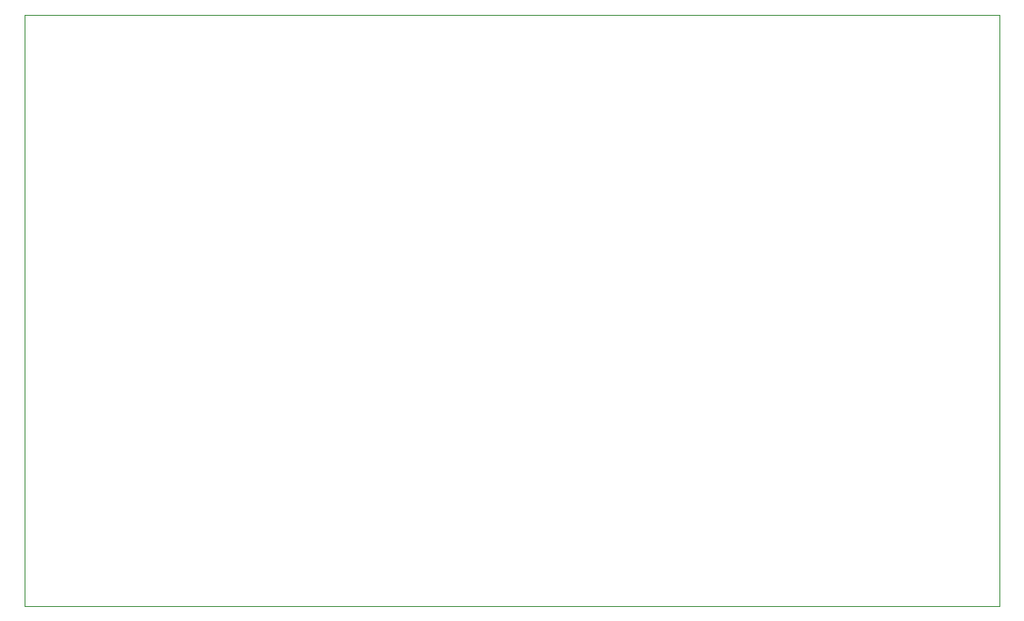
<source format=gbr>
G04 #@! TF.GenerationSoftware,KiCad,Pcbnew,(5.1.4-0-10_14)*
G04 #@! TF.CreationDate,2019-09-29T23:11:44+02:00*
G04 #@! TF.ProjectId,APC,4150432e-6b69-4636-9164-5f7063625858,rev?*
G04 #@! TF.SameCoordinates,Original*
G04 #@! TF.FileFunction,Profile,NP*
%FSLAX46Y46*%
G04 Gerber Fmt 4.6, Leading zero omitted, Abs format (unit mm)*
G04 Created by KiCad (PCBNEW (5.1.4-0-10_14)) date 2019-09-29 23:11:44*
%MOMM*%
%LPD*%
G04 APERTURE LIST*
%ADD10C,0.100000*%
G04 APERTURE END LIST*
D10*
X85000000Y-102000000D02*
X85000000Y-45000000D01*
X179000000Y-102000000D02*
X85000000Y-102000000D01*
X179000000Y-45000000D02*
X179000000Y-102000000D01*
X85000000Y-45000000D02*
X179000000Y-45000000D01*
M02*

</source>
